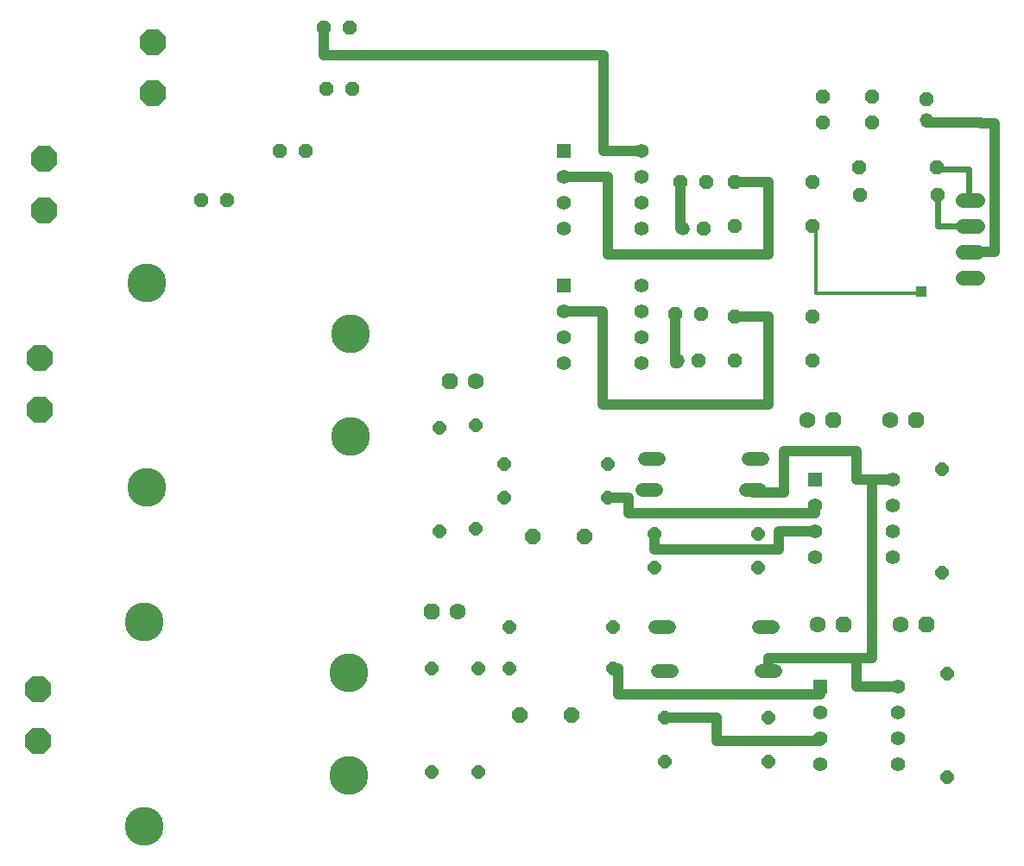
<source format=gbl>
G75*
G70*
%OFA0B0*%
%FSLAX24Y24*%
%IPPOS*%
%LPD*%
%AMOC8*
5,1,8,0,0,1.08239X$1,22.5*
%
%ADD10OC8,0.0594*%
%ADD11OC8,0.0515*%
%ADD12OC8,0.0630*%
%ADD13C,0.0630*%
%ADD14C,0.1500*%
%ADD15C,0.0520*%
%ADD16OC8,0.1000*%
%ADD17R,0.0550X0.0550*%
%ADD18C,0.0550*%
%ADD19OC8,0.0520*%
%ADD20C,0.0520*%
%ADD21C,0.0560*%
%ADD22C,0.0400*%
%ADD23C,0.0240*%
%ADD24C,0.0120*%
%ADD25R,0.0436X0.0436*%
D10*
X021000Y007000D03*
X023000Y007000D03*
X023500Y013900D03*
X021500Y013900D03*
D11*
X020400Y015400D03*
X020400Y016700D03*
X019300Y018200D03*
X017900Y018100D03*
X017900Y014100D03*
X019300Y014200D03*
X020600Y010400D03*
X020600Y008800D03*
X019400Y008800D03*
X017600Y008800D03*
X017600Y004800D03*
X019400Y004800D03*
X024600Y008800D03*
X024600Y010400D03*
X026200Y012700D03*
X026200Y014000D03*
X024400Y015400D03*
X024400Y016700D03*
X030200Y014000D03*
X030200Y012700D03*
X030600Y006900D03*
X030600Y005200D03*
X026600Y005200D03*
X026600Y006900D03*
X037500Y008600D03*
X037300Y012500D03*
X037300Y016500D03*
X037500Y004600D03*
D12*
X036700Y010500D03*
X033500Y010500D03*
X033100Y018400D03*
X036300Y018400D03*
X018300Y019900D03*
X017600Y011000D03*
D13*
X018600Y011000D03*
X019300Y019900D03*
X032100Y018400D03*
X035300Y018400D03*
X035700Y010500D03*
X032500Y010500D03*
D14*
X014397Y008619D03*
X014397Y004681D03*
X006523Y002713D03*
X006523Y010587D03*
X006601Y015813D03*
X014475Y017781D03*
X014475Y021719D03*
X006601Y023687D03*
D15*
X025840Y016900D02*
X026360Y016900D01*
X026260Y015700D02*
X025740Y015700D01*
X029740Y015700D02*
X030260Y015700D01*
X030360Y016900D02*
X029840Y016900D01*
X030240Y010400D02*
X030760Y010400D01*
X030860Y008700D02*
X030340Y008700D01*
X026860Y008700D02*
X026340Y008700D01*
X026240Y010400D02*
X026760Y010400D01*
D16*
X002423Y006016D03*
X002423Y007984D03*
X002466Y018816D03*
X002466Y020784D03*
X002628Y026516D03*
X002628Y028484D03*
X006828Y031028D03*
X006828Y032997D03*
D17*
X022700Y028800D03*
X022700Y023600D03*
X032400Y016100D03*
X032600Y008100D03*
D18*
X032600Y007100D03*
X032600Y006100D03*
X032600Y005100D03*
X035600Y005100D03*
X035600Y006100D03*
X035600Y007100D03*
X035600Y008100D03*
X035400Y013100D03*
X035400Y014100D03*
X035400Y015100D03*
X035400Y016100D03*
X032400Y015100D03*
X032400Y014100D03*
X032400Y013100D03*
X025700Y020600D03*
X025700Y021600D03*
X025700Y022600D03*
X025700Y023600D03*
X025700Y025800D03*
X025700Y026800D03*
X025700Y027800D03*
X025700Y028800D03*
X022700Y027800D03*
X022700Y026800D03*
X022700Y025800D03*
X022700Y022600D03*
X022700Y021600D03*
X022700Y020600D03*
D19*
X027000Y022500D03*
X028000Y022500D03*
X029300Y022400D03*
X029300Y020700D03*
X027900Y020700D03*
X032300Y020700D03*
X032300Y022400D03*
X032300Y025900D03*
X032300Y027600D03*
X034100Y028150D03*
X034150Y027100D03*
X034600Y029900D03*
X034600Y030900D03*
X032700Y030900D03*
X032700Y029900D03*
X029300Y027600D03*
X028200Y027600D03*
X027200Y027600D03*
X029300Y025900D03*
X028100Y025800D03*
X036700Y030800D03*
X037100Y028150D03*
X037150Y027100D03*
X014550Y031200D03*
X013550Y031200D03*
X012750Y028800D03*
X011750Y028800D03*
X009700Y026900D03*
X008700Y026900D03*
X013450Y033550D03*
X014450Y033550D03*
D20*
X027300Y025800D03*
X027100Y020700D03*
X036700Y030000D03*
D21*
X038120Y026900D02*
X038680Y026900D01*
X038680Y025900D02*
X038120Y025900D01*
X038120Y024900D02*
X038680Y024900D01*
X038680Y023900D02*
X038120Y023900D01*
D22*
X038400Y024900D02*
X039350Y024900D01*
X039350Y029850D01*
X038800Y029850D01*
X038800Y029900D01*
X036700Y029900D01*
X036700Y030000D01*
X030600Y027600D02*
X030600Y024800D01*
X024400Y024800D01*
X024400Y027800D01*
X022700Y027800D01*
X024250Y028800D02*
X024250Y032500D01*
X013450Y032500D01*
X013450Y033550D01*
X024250Y028800D02*
X025700Y028800D01*
X027200Y027600D02*
X027200Y025800D01*
X027300Y025800D01*
X029300Y027600D02*
X030600Y027600D01*
X030600Y022400D02*
X029300Y022400D01*
X030600Y022400D02*
X030600Y019000D01*
X024200Y019000D01*
X024200Y022600D01*
X022700Y022600D01*
X027000Y022500D02*
X027000Y020600D01*
X027100Y020600D01*
X027100Y020700D01*
X031200Y017200D02*
X031200Y015600D01*
X030000Y015600D01*
X030000Y015700D01*
X031200Y017200D02*
X034000Y017200D01*
X034000Y016100D01*
X034600Y016100D01*
X034600Y009200D01*
X034000Y009200D01*
X030600Y009200D01*
X030600Y008700D01*
X032600Y008100D02*
X032600Y007800D01*
X024800Y007800D01*
X024800Y008800D01*
X024600Y008800D01*
X026600Y006900D02*
X028600Y006900D01*
X028600Y006000D01*
X032600Y006000D01*
X032600Y006100D01*
X034000Y008100D02*
X034000Y009200D01*
X034000Y008100D02*
X035600Y008100D01*
X031000Y013400D02*
X026200Y013400D01*
X026200Y014000D01*
X025200Y014800D02*
X025200Y015400D01*
X024400Y015400D01*
X025200Y014800D02*
X032400Y014800D01*
X032400Y015100D01*
X032400Y014100D02*
X031000Y014100D01*
X031000Y013400D01*
X034600Y016100D02*
X035400Y016100D01*
D23*
X037150Y025900D02*
X037150Y027100D01*
X037150Y025900D02*
X038400Y025900D01*
X038400Y026900D02*
X038350Y026900D01*
X038350Y028100D01*
X037100Y028100D01*
X037100Y028150D01*
D24*
X032450Y025900D02*
X032450Y023300D01*
X036500Y023300D01*
X036500Y023350D01*
X032450Y025900D02*
X032300Y025900D01*
D25*
X036500Y023350D03*
X036500Y023350D03*
M02*

</source>
